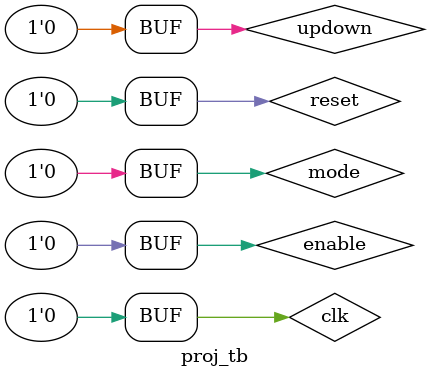
<source format=v>
module project(clk, reset, updown, enable, mode, out);
	
	input clk, reset, updown, enable, mode;		//mode 0 = prime sequence
	output reg [5:0] out; 
	wire [3:0] q; 
	
	counter c(clk, reset, updown, enable, q);
	
	assign out[0] = ~mode&q[0] | ~mode&q[1] | q[2]&~q[1] | q[2]&q[0] | q[3]&~q[0] | ~q[3]&~q[1]&q[0] | ~q[2]&q[1]&~q[0];
	assign out[1] = q[3]&q[1] | ~mode&~q[1]&~q[0] | ~mode&q[1]&q[0] | ~q[2]&q[1]&q[0] | q[2]&~q[1]&~q[0] | mode&q[3]&q[0] | ~mode&~q[3]&~q[2]&~q[1];
	assign out[2] = ~mode&q[3] | q[3]&~q[0] | ~mode&~q[2]&q[1] | q[2]&~q[1]&q[0] | mode&q[2]&q[0];
	assign out[3] = ~mode&q[2]&~q[1] | ~mode&q[3]&q[0] | ~mode&q[3]&q[1] | mode&q[2]&q[1];
	assign out[4] = ~mode&q[3] | q[3]&~q[0] | ~mode&q[2]&q[1];
	assign out[5] = mode&q[3]&q[0] | mode&q[3]&q[1];
								    
endmodule


module proj_tb();
	
	reg clk, reset, updown, enable, mode;
	wire [5:0] out;
	
	project p1(clk, reset, updown, enable, mode, out);
	
	initial begin
		clk = 0;
		{mode, reset, updown, enable} = 4'b0000;
		
		repeat(16) begin
		repeat(30)
		#10ns clk = ~clk;
		{mode, reset, updown, enable} = {mode, reset, updown, enable} + 1;
		end
		
	end	
endmodule
</source>
